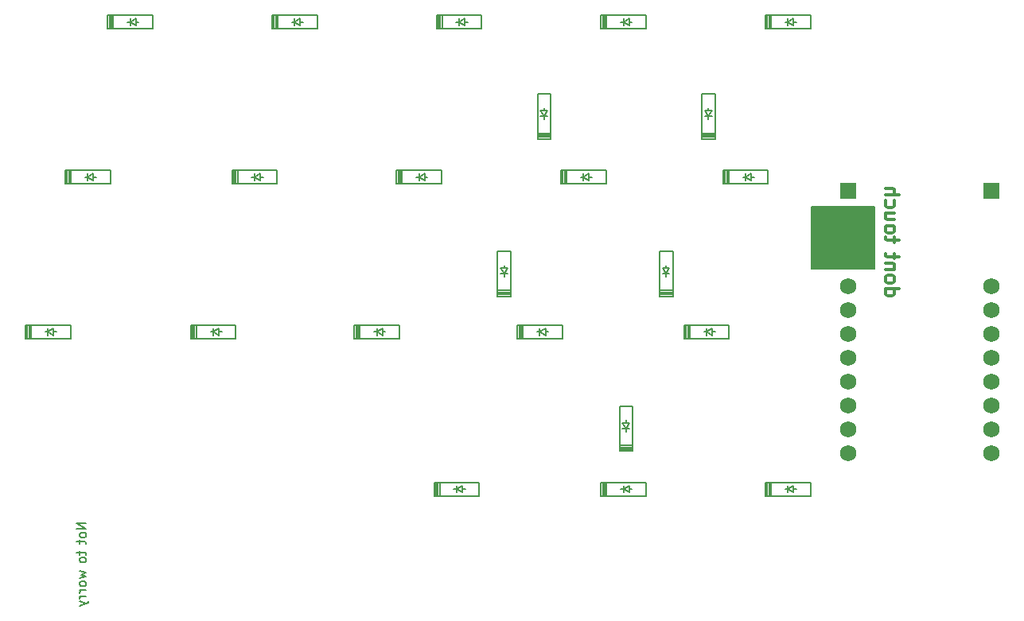
<source format=gbr>
%TF.GenerationSoftware,KiCad,Pcbnew,7.0.0-da2b9df05c~163~ubuntu22.04.1*%
%TF.CreationDate,2023-03-03T11:43:54-08:00*%
%TF.ProjectId,split-single,73706c69-742d-4736-996e-676c652e6b69,rev?*%
%TF.SameCoordinates,Original*%
%TF.FileFunction,Legend,Bot*%
%TF.FilePolarity,Positive*%
%FSLAX46Y46*%
G04 Gerber Fmt 4.6, Leading zero omitted, Abs format (unit mm)*
G04 Created by KiCad (PCBNEW 7.0.0-da2b9df05c~163~ubuntu22.04.1) date 2023-03-03 11:43:54*
%MOMM*%
%LPD*%
G01*
G04 APERTURE LIST*
%ADD10C,0.150000*%
%ADD11C,0.300000*%
%ADD12C,0.200000*%
%ADD13R,1.752600X1.752600*%
%ADD14C,1.752600*%
G04 APERTURE END LIST*
D10*
X127200000Y-43200000D02*
X133900000Y-43200000D01*
X133900000Y-43200000D02*
X133900000Y-49800000D01*
X133900000Y-49800000D02*
X127200000Y-49800000D01*
X127200000Y-49800000D02*
X127200000Y-43200000D01*
G36*
X127200000Y-43200000D02*
G01*
X133900000Y-43200000D01*
X133900000Y-49800000D01*
X127200000Y-49800000D01*
X127200000Y-43200000D01*
G37*
D11*
X135048928Y-51921429D02*
X136548928Y-51921429D01*
X135120357Y-51921429D02*
X135048928Y-52064286D01*
X135048928Y-52064286D02*
X135048928Y-52350000D01*
X135048928Y-52350000D02*
X135120357Y-52492857D01*
X135120357Y-52492857D02*
X135191785Y-52564286D01*
X135191785Y-52564286D02*
X135334642Y-52635714D01*
X135334642Y-52635714D02*
X135763214Y-52635714D01*
X135763214Y-52635714D02*
X135906071Y-52564286D01*
X135906071Y-52564286D02*
X135977500Y-52492857D01*
X135977500Y-52492857D02*
X136048928Y-52350000D01*
X136048928Y-52350000D02*
X136048928Y-52064286D01*
X136048928Y-52064286D02*
X135977500Y-51921429D01*
X135048928Y-50992857D02*
X135120357Y-51135714D01*
X135120357Y-51135714D02*
X135191785Y-51207143D01*
X135191785Y-51207143D02*
X135334642Y-51278571D01*
X135334642Y-51278571D02*
X135763214Y-51278571D01*
X135763214Y-51278571D02*
X135906071Y-51207143D01*
X135906071Y-51207143D02*
X135977500Y-51135714D01*
X135977500Y-51135714D02*
X136048928Y-50992857D01*
X136048928Y-50992857D02*
X136048928Y-50778571D01*
X136048928Y-50778571D02*
X135977500Y-50635714D01*
X135977500Y-50635714D02*
X135906071Y-50564286D01*
X135906071Y-50564286D02*
X135763214Y-50492857D01*
X135763214Y-50492857D02*
X135334642Y-50492857D01*
X135334642Y-50492857D02*
X135191785Y-50564286D01*
X135191785Y-50564286D02*
X135120357Y-50635714D01*
X135120357Y-50635714D02*
X135048928Y-50778571D01*
X135048928Y-50778571D02*
X135048928Y-50992857D01*
X136048928Y-49850000D02*
X135048928Y-49850000D01*
X135906071Y-49850000D02*
X135977500Y-49778571D01*
X135977500Y-49778571D02*
X136048928Y-49635714D01*
X136048928Y-49635714D02*
X136048928Y-49421428D01*
X136048928Y-49421428D02*
X135977500Y-49278571D01*
X135977500Y-49278571D02*
X135834642Y-49207143D01*
X135834642Y-49207143D02*
X135048928Y-49207143D01*
X136048928Y-48707142D02*
X136048928Y-48135714D01*
X136548928Y-48492857D02*
X135263214Y-48492857D01*
X135263214Y-48492857D02*
X135120357Y-48421428D01*
X135120357Y-48421428D02*
X135048928Y-48278571D01*
X135048928Y-48278571D02*
X135048928Y-48135714D01*
X136048928Y-46949999D02*
X136048928Y-46378571D01*
X136548928Y-46735714D02*
X135263214Y-46735714D01*
X135263214Y-46735714D02*
X135120357Y-46664285D01*
X135120357Y-46664285D02*
X135048928Y-46521428D01*
X135048928Y-46521428D02*
X135048928Y-46378571D01*
X135048928Y-45664285D02*
X135120357Y-45807142D01*
X135120357Y-45807142D02*
X135191785Y-45878571D01*
X135191785Y-45878571D02*
X135334642Y-45949999D01*
X135334642Y-45949999D02*
X135763214Y-45949999D01*
X135763214Y-45949999D02*
X135906071Y-45878571D01*
X135906071Y-45878571D02*
X135977500Y-45807142D01*
X135977500Y-45807142D02*
X136048928Y-45664285D01*
X136048928Y-45664285D02*
X136048928Y-45449999D01*
X136048928Y-45449999D02*
X135977500Y-45307142D01*
X135977500Y-45307142D02*
X135906071Y-45235714D01*
X135906071Y-45235714D02*
X135763214Y-45164285D01*
X135763214Y-45164285D02*
X135334642Y-45164285D01*
X135334642Y-45164285D02*
X135191785Y-45235714D01*
X135191785Y-45235714D02*
X135120357Y-45307142D01*
X135120357Y-45307142D02*
X135048928Y-45449999D01*
X135048928Y-45449999D02*
X135048928Y-45664285D01*
X136048928Y-43878571D02*
X135048928Y-43878571D01*
X136048928Y-44521428D02*
X135263214Y-44521428D01*
X135263214Y-44521428D02*
X135120357Y-44449999D01*
X135120357Y-44449999D02*
X135048928Y-44307142D01*
X135048928Y-44307142D02*
X135048928Y-44092856D01*
X135048928Y-44092856D02*
X135120357Y-43949999D01*
X135120357Y-43949999D02*
X135191785Y-43878571D01*
X135120357Y-42521428D02*
X135048928Y-42664285D01*
X135048928Y-42664285D02*
X135048928Y-42949999D01*
X135048928Y-42949999D02*
X135120357Y-43092856D01*
X135120357Y-43092856D02*
X135191785Y-43164285D01*
X135191785Y-43164285D02*
X135334642Y-43235713D01*
X135334642Y-43235713D02*
X135763214Y-43235713D01*
X135763214Y-43235713D02*
X135906071Y-43164285D01*
X135906071Y-43164285D02*
X135977500Y-43092856D01*
X135977500Y-43092856D02*
X136048928Y-42949999D01*
X136048928Y-42949999D02*
X136048928Y-42664285D01*
X136048928Y-42664285D02*
X135977500Y-42521428D01*
X135048928Y-41878571D02*
X136548928Y-41878571D01*
X135048928Y-41235714D02*
X135834642Y-41235714D01*
X135834642Y-41235714D02*
X135977500Y-41307142D01*
X135977500Y-41307142D02*
X136048928Y-41449999D01*
X136048928Y-41449999D02*
X136048928Y-41664285D01*
X136048928Y-41664285D02*
X135977500Y-41807142D01*
X135977500Y-41807142D02*
X135906071Y-41878571D01*
D10*
X50003984Y-76861904D02*
X49003984Y-76861904D01*
X49003984Y-76861904D02*
X50003984Y-77433332D01*
X50003984Y-77433332D02*
X49003984Y-77433332D01*
X50003984Y-78052380D02*
X49956365Y-77957142D01*
X49956365Y-77957142D02*
X49908746Y-77909523D01*
X49908746Y-77909523D02*
X49813508Y-77861904D01*
X49813508Y-77861904D02*
X49527794Y-77861904D01*
X49527794Y-77861904D02*
X49432556Y-77909523D01*
X49432556Y-77909523D02*
X49384937Y-77957142D01*
X49384937Y-77957142D02*
X49337318Y-78052380D01*
X49337318Y-78052380D02*
X49337318Y-78195237D01*
X49337318Y-78195237D02*
X49384937Y-78290475D01*
X49384937Y-78290475D02*
X49432556Y-78338094D01*
X49432556Y-78338094D02*
X49527794Y-78385713D01*
X49527794Y-78385713D02*
X49813508Y-78385713D01*
X49813508Y-78385713D02*
X49908746Y-78338094D01*
X49908746Y-78338094D02*
X49956365Y-78290475D01*
X49956365Y-78290475D02*
X50003984Y-78195237D01*
X50003984Y-78195237D02*
X50003984Y-78052380D01*
X49337318Y-78671428D02*
X49337318Y-79052380D01*
X49003984Y-78814285D02*
X49861127Y-78814285D01*
X49861127Y-78814285D02*
X49956365Y-78861904D01*
X49956365Y-78861904D02*
X50003984Y-78957142D01*
X50003984Y-78957142D02*
X50003984Y-79052380D01*
X49337318Y-79842857D02*
X49337318Y-80223809D01*
X49003984Y-79985714D02*
X49861127Y-79985714D01*
X49861127Y-79985714D02*
X49956365Y-80033333D01*
X49956365Y-80033333D02*
X50003984Y-80128571D01*
X50003984Y-80128571D02*
X50003984Y-80223809D01*
X50003984Y-80700000D02*
X49956365Y-80604762D01*
X49956365Y-80604762D02*
X49908746Y-80557143D01*
X49908746Y-80557143D02*
X49813508Y-80509524D01*
X49813508Y-80509524D02*
X49527794Y-80509524D01*
X49527794Y-80509524D02*
X49432556Y-80557143D01*
X49432556Y-80557143D02*
X49384937Y-80604762D01*
X49384937Y-80604762D02*
X49337318Y-80700000D01*
X49337318Y-80700000D02*
X49337318Y-80842857D01*
X49337318Y-80842857D02*
X49384937Y-80938095D01*
X49384937Y-80938095D02*
X49432556Y-80985714D01*
X49432556Y-80985714D02*
X49527794Y-81033333D01*
X49527794Y-81033333D02*
X49813508Y-81033333D01*
X49813508Y-81033333D02*
X49908746Y-80985714D01*
X49908746Y-80985714D02*
X49956365Y-80938095D01*
X49956365Y-80938095D02*
X50003984Y-80842857D01*
X50003984Y-80842857D02*
X50003984Y-80700000D01*
X49337318Y-81966667D02*
X50003984Y-82157143D01*
X50003984Y-82157143D02*
X49527794Y-82347619D01*
X49527794Y-82347619D02*
X50003984Y-82538095D01*
X50003984Y-82538095D02*
X49337318Y-82728571D01*
X50003984Y-83252381D02*
X49956365Y-83157143D01*
X49956365Y-83157143D02*
X49908746Y-83109524D01*
X49908746Y-83109524D02*
X49813508Y-83061905D01*
X49813508Y-83061905D02*
X49527794Y-83061905D01*
X49527794Y-83061905D02*
X49432556Y-83109524D01*
X49432556Y-83109524D02*
X49384937Y-83157143D01*
X49384937Y-83157143D02*
X49337318Y-83252381D01*
X49337318Y-83252381D02*
X49337318Y-83395238D01*
X49337318Y-83395238D02*
X49384937Y-83490476D01*
X49384937Y-83490476D02*
X49432556Y-83538095D01*
X49432556Y-83538095D02*
X49527794Y-83585714D01*
X49527794Y-83585714D02*
X49813508Y-83585714D01*
X49813508Y-83585714D02*
X49908746Y-83538095D01*
X49908746Y-83538095D02*
X49956365Y-83490476D01*
X49956365Y-83490476D02*
X50003984Y-83395238D01*
X50003984Y-83395238D02*
X50003984Y-83252381D01*
X50003984Y-84014286D02*
X49337318Y-84014286D01*
X49527794Y-84014286D02*
X49432556Y-84061905D01*
X49432556Y-84061905D02*
X49384937Y-84109524D01*
X49384937Y-84109524D02*
X49337318Y-84204762D01*
X49337318Y-84204762D02*
X49337318Y-84300000D01*
X50003984Y-84633334D02*
X49337318Y-84633334D01*
X49527794Y-84633334D02*
X49432556Y-84680953D01*
X49432556Y-84680953D02*
X49384937Y-84728572D01*
X49384937Y-84728572D02*
X49337318Y-84823810D01*
X49337318Y-84823810D02*
X49337318Y-84919048D01*
X49337318Y-85157144D02*
X50003984Y-85395239D01*
X49337318Y-85633334D02*
X50003984Y-85395239D01*
X50003984Y-85395239D02*
X50242080Y-85300001D01*
X50242080Y-85300001D02*
X50289699Y-85252382D01*
X50289699Y-85252382D02*
X50337318Y-85157144D01*
D12*
%TO.C,D16*%
X78550000Y-55800000D02*
X83350000Y-55800000D01*
X78550000Y-57200000D02*
X78550000Y-55800000D01*
X78550000Y-57200000D02*
X83350000Y-57200000D01*
X78750000Y-57200000D02*
X78750000Y-55800000D01*
X78950000Y-57200000D02*
X78950000Y-55800000D01*
X79150000Y-57200000D02*
X79150000Y-55800000D01*
X80950000Y-56500000D02*
X80650000Y-56500000D01*
X80950000Y-56500000D02*
X81550000Y-56850000D01*
X80950000Y-56850000D02*
X80950000Y-56100000D01*
X81550000Y-56100000D02*
X80950000Y-56500000D01*
X81550000Y-56500000D02*
X81850000Y-56500000D01*
X81550000Y-56850000D02*
X81550000Y-56100000D01*
X83350000Y-57200000D02*
X83350000Y-55800000D01*
%TO.C,D9*%
X65550000Y-39300000D02*
X70350000Y-39300000D01*
X65550000Y-40700000D02*
X65550000Y-39300000D01*
X65550000Y-40700000D02*
X70350000Y-40700000D01*
X65750000Y-40700000D02*
X65750000Y-39300000D01*
X65950000Y-40700000D02*
X65950000Y-39300000D01*
X66150000Y-40700000D02*
X66150000Y-39300000D01*
X67950000Y-40000000D02*
X67650000Y-40000000D01*
X67950000Y-40000000D02*
X68550000Y-40350000D01*
X67950000Y-40350000D02*
X67950000Y-39600000D01*
X68550000Y-39600000D02*
X67950000Y-40000000D01*
X68550000Y-40000000D02*
X68850000Y-40000000D01*
X68550000Y-40350000D02*
X68550000Y-39600000D01*
X70350000Y-40700000D02*
X70350000Y-39300000D01*
%TO.C,D5*%
X104800000Y-22800000D02*
X109600000Y-22800000D01*
X104800000Y-24200000D02*
X104800000Y-22800000D01*
X104800000Y-24200000D02*
X109600000Y-24200000D01*
X105000000Y-24200000D02*
X105000000Y-22800000D01*
X105200000Y-24200000D02*
X105200000Y-22800000D01*
X105400000Y-24200000D02*
X105400000Y-22800000D01*
X107200000Y-23500000D02*
X106900000Y-23500000D01*
X107200000Y-23500000D02*
X107800000Y-23850000D01*
X107200000Y-23850000D02*
X107200000Y-23100000D01*
X107800000Y-23100000D02*
X107200000Y-23500000D01*
X107800000Y-23500000D02*
X108100000Y-23500000D01*
X107800000Y-23850000D02*
X107800000Y-23100000D01*
X109600000Y-24200000D02*
X109600000Y-22800000D01*
%TO.C,D8*%
X47800000Y-39300000D02*
X52600000Y-39300000D01*
X47800000Y-40700000D02*
X47800000Y-39300000D01*
X47800000Y-40700000D02*
X52600000Y-40700000D01*
X48000000Y-40700000D02*
X48000000Y-39300000D01*
X48200000Y-40700000D02*
X48200000Y-39300000D01*
X48400000Y-40700000D02*
X48400000Y-39300000D01*
X50200000Y-40000000D02*
X49900000Y-40000000D01*
X50200000Y-40000000D02*
X50800000Y-40350000D01*
X50200000Y-40350000D02*
X50200000Y-39600000D01*
X50800000Y-39600000D02*
X50200000Y-40000000D01*
X50800000Y-40000000D02*
X51100000Y-40000000D01*
X50800000Y-40350000D02*
X50800000Y-39600000D01*
X52600000Y-40700000D02*
X52600000Y-39300000D01*
%TO.C,D21*%
X87050000Y-72550000D02*
X91850000Y-72550000D01*
X87050000Y-73950000D02*
X87050000Y-72550000D01*
X87050000Y-73950000D02*
X91850000Y-73950000D01*
X87250000Y-73950000D02*
X87250000Y-72550000D01*
X87450000Y-73950000D02*
X87450000Y-72550000D01*
X87650000Y-73950000D02*
X87650000Y-72550000D01*
X89450000Y-73250000D02*
X89150000Y-73250000D01*
X89450000Y-73250000D02*
X90050000Y-73600000D01*
X89450000Y-73600000D02*
X89450000Y-72850000D01*
X90050000Y-72850000D02*
X89450000Y-73250000D01*
X90050000Y-73250000D02*
X90350000Y-73250000D01*
X90050000Y-73600000D02*
X90050000Y-72850000D01*
X91850000Y-73950000D02*
X91850000Y-72550000D01*
%TO.C,D25*%
X93800000Y-52700000D02*
X93800000Y-47900000D01*
X95200000Y-52700000D02*
X93800000Y-52700000D01*
X95200000Y-52700000D02*
X95200000Y-47900000D01*
X95200000Y-52500000D02*
X93800000Y-52500000D01*
X95200000Y-52300000D02*
X93800000Y-52300000D01*
X95200000Y-52100000D02*
X93800000Y-52100000D01*
X94500000Y-50300000D02*
X94500000Y-50600000D01*
X94500000Y-50300000D02*
X94850000Y-49700000D01*
X94850000Y-50300000D02*
X94100000Y-50300000D01*
X94100000Y-49700000D02*
X94500000Y-50300000D01*
X94500000Y-49700000D02*
X94500000Y-49400000D01*
X94850000Y-49700000D02*
X94100000Y-49700000D01*
X95200000Y-47900000D02*
X93800000Y-47900000D01*
%TO.C,D11*%
X100550000Y-39300000D02*
X105350000Y-39300000D01*
X100550000Y-40700000D02*
X100550000Y-39300000D01*
X100550000Y-40700000D02*
X105350000Y-40700000D01*
X100750000Y-40700000D02*
X100750000Y-39300000D01*
X100950000Y-40700000D02*
X100950000Y-39300000D01*
X101150000Y-40700000D02*
X101150000Y-39300000D01*
X102950000Y-40000000D02*
X102650000Y-40000000D01*
X102950000Y-40000000D02*
X103550000Y-40350000D01*
X102950000Y-40350000D02*
X102950000Y-39600000D01*
X103550000Y-39600000D02*
X102950000Y-40000000D01*
X103550000Y-40000000D02*
X103850000Y-40000000D01*
X103550000Y-40350000D02*
X103550000Y-39600000D01*
X105350000Y-40700000D02*
X105350000Y-39300000D01*
%TO.C,D19*%
X98050000Y-35950000D02*
X98050000Y-31150000D01*
X99450000Y-35950000D02*
X98050000Y-35950000D01*
X99450000Y-35950000D02*
X99450000Y-31150000D01*
X99450000Y-35750000D02*
X98050000Y-35750000D01*
X99450000Y-35550000D02*
X98050000Y-35550000D01*
X99450000Y-35350000D02*
X98050000Y-35350000D01*
X98750000Y-33550000D02*
X98750000Y-33850000D01*
X98750000Y-33550000D02*
X99100000Y-32950000D01*
X99100000Y-33550000D02*
X98350000Y-33550000D01*
X98350000Y-32950000D02*
X98750000Y-33550000D01*
X98750000Y-32950000D02*
X98750000Y-32650000D01*
X99100000Y-32950000D02*
X98350000Y-32950000D01*
X99450000Y-31150000D02*
X98050000Y-31150000D01*
%TO.C,D12*%
X117800000Y-39300000D02*
X122600000Y-39300000D01*
X117800000Y-40700000D02*
X117800000Y-39300000D01*
X117800000Y-40700000D02*
X122600000Y-40700000D01*
X118000000Y-40700000D02*
X118000000Y-39300000D01*
X118200000Y-40700000D02*
X118200000Y-39300000D01*
X118400000Y-40700000D02*
X118400000Y-39300000D01*
X120200000Y-40000000D02*
X119900000Y-40000000D01*
X120200000Y-40000000D02*
X120800000Y-40350000D01*
X120200000Y-40350000D02*
X120200000Y-39600000D01*
X120800000Y-39600000D02*
X120200000Y-40000000D01*
X120800000Y-40000000D02*
X121100000Y-40000000D01*
X120800000Y-40350000D02*
X120800000Y-39600000D01*
X122600000Y-40700000D02*
X122600000Y-39300000D01*
%TO.C,D10*%
X83050000Y-39300000D02*
X87850000Y-39300000D01*
X83050000Y-40700000D02*
X83050000Y-39300000D01*
X83050000Y-40700000D02*
X87850000Y-40700000D01*
X83250000Y-40700000D02*
X83250000Y-39300000D01*
X83450000Y-40700000D02*
X83450000Y-39300000D01*
X83650000Y-40700000D02*
X83650000Y-39300000D01*
X85450000Y-40000000D02*
X85150000Y-40000000D01*
X85450000Y-40000000D02*
X86050000Y-40350000D01*
X85450000Y-40350000D02*
X85450000Y-39600000D01*
X86050000Y-39600000D02*
X85450000Y-40000000D01*
X86050000Y-40000000D02*
X86350000Y-40000000D01*
X86050000Y-40350000D02*
X86050000Y-39600000D01*
X87850000Y-40700000D02*
X87850000Y-39300000D01*
%TO.C,D4*%
X87300000Y-22800000D02*
X92100000Y-22800000D01*
X87300000Y-24200000D02*
X87300000Y-22800000D01*
X87300000Y-24200000D02*
X92100000Y-24200000D01*
X87500000Y-24200000D02*
X87500000Y-22800000D01*
X87700000Y-24200000D02*
X87700000Y-22800000D01*
X87900000Y-24200000D02*
X87900000Y-22800000D01*
X89700000Y-23500000D02*
X89400000Y-23500000D01*
X89700000Y-23500000D02*
X90300000Y-23850000D01*
X89700000Y-23850000D02*
X89700000Y-23100000D01*
X90300000Y-23100000D02*
X89700000Y-23500000D01*
X90300000Y-23500000D02*
X90600000Y-23500000D01*
X90300000Y-23850000D02*
X90300000Y-23100000D01*
X92100000Y-24200000D02*
X92100000Y-22800000D01*
%TO.C,D15*%
X61150000Y-55800000D02*
X65950000Y-55800000D01*
X61150000Y-57200000D02*
X61150000Y-55800000D01*
X61150000Y-57200000D02*
X65950000Y-57200000D01*
X61350000Y-57200000D02*
X61350000Y-55800000D01*
X61550000Y-57200000D02*
X61550000Y-55800000D01*
X61750000Y-57200000D02*
X61750000Y-55800000D01*
X63550000Y-56500000D02*
X63250000Y-56500000D01*
X63550000Y-56500000D02*
X64150000Y-56850000D01*
X63550000Y-56850000D02*
X63550000Y-56100000D01*
X64150000Y-56100000D02*
X63550000Y-56500000D01*
X64150000Y-56500000D02*
X64450000Y-56500000D01*
X64150000Y-56850000D02*
X64150000Y-56100000D01*
X65950000Y-57200000D02*
X65950000Y-55800000D01*
%TO.C,D17*%
X95900000Y-55800000D02*
X100700000Y-55800000D01*
X95900000Y-57200000D02*
X95900000Y-55800000D01*
X95900000Y-57200000D02*
X100700000Y-57200000D01*
X96100000Y-57200000D02*
X96100000Y-55800000D01*
X96300000Y-57200000D02*
X96300000Y-55800000D01*
X96500000Y-57200000D02*
X96500000Y-55800000D01*
X98300000Y-56500000D02*
X98000000Y-56500000D01*
X98300000Y-56500000D02*
X98900000Y-56850000D01*
X98300000Y-56850000D02*
X98300000Y-56100000D01*
X98900000Y-56100000D02*
X98300000Y-56500000D01*
X98900000Y-56500000D02*
X99200000Y-56500000D01*
X98900000Y-56850000D02*
X98900000Y-56100000D01*
X100700000Y-57200000D02*
X100700000Y-55800000D01*
%TO.C,D18*%
X113650000Y-55800000D02*
X118450000Y-55800000D01*
X113650000Y-57200000D02*
X113650000Y-55800000D01*
X113650000Y-57200000D02*
X118450000Y-57200000D01*
X113850000Y-57200000D02*
X113850000Y-55800000D01*
X114050000Y-57200000D02*
X114050000Y-55800000D01*
X114250000Y-57200000D02*
X114250000Y-55800000D01*
X116050000Y-56500000D02*
X115750000Y-56500000D01*
X116050000Y-56500000D02*
X116650000Y-56850000D01*
X116050000Y-56850000D02*
X116050000Y-56100000D01*
X116650000Y-56100000D02*
X116050000Y-56500000D01*
X116650000Y-56500000D02*
X116950000Y-56500000D01*
X116650000Y-56850000D02*
X116650000Y-56100000D01*
X118450000Y-57200000D02*
X118450000Y-55800000D01*
%TO.C,D23*%
X122300000Y-72550000D02*
X127100000Y-72550000D01*
X122300000Y-73950000D02*
X122300000Y-72550000D01*
X122300000Y-73950000D02*
X127100000Y-73950000D01*
X122500000Y-73950000D02*
X122500000Y-72550000D01*
X122700000Y-73950000D02*
X122700000Y-72550000D01*
X122900000Y-73950000D02*
X122900000Y-72550000D01*
X124700000Y-73250000D02*
X124400000Y-73250000D01*
X124700000Y-73250000D02*
X125300000Y-73600000D01*
X124700000Y-73600000D02*
X124700000Y-72850000D01*
X125300000Y-72850000D02*
X124700000Y-73250000D01*
X125300000Y-73250000D02*
X125600000Y-73250000D01*
X125300000Y-73600000D02*
X125300000Y-72850000D01*
X127100000Y-73950000D02*
X127100000Y-72550000D01*
%TO.C,D13*%
X106800000Y-69200000D02*
X106800000Y-64400000D01*
X108200000Y-69200000D02*
X106800000Y-69200000D01*
X108200000Y-69200000D02*
X108200000Y-64400000D01*
X108200000Y-69000000D02*
X106800000Y-69000000D01*
X108200000Y-68800000D02*
X106800000Y-68800000D01*
X108200000Y-68600000D02*
X106800000Y-68600000D01*
X107500000Y-66800000D02*
X107500000Y-67100000D01*
X107500000Y-66800000D02*
X107850000Y-66200000D01*
X107850000Y-66800000D02*
X107100000Y-66800000D01*
X107100000Y-66200000D02*
X107500000Y-66800000D01*
X107500000Y-66200000D02*
X107500000Y-65900000D01*
X107850000Y-66200000D02*
X107100000Y-66200000D01*
X108200000Y-64400000D02*
X106800000Y-64400000D01*
%TO.C,D2*%
X52300000Y-22800000D02*
X57100000Y-22800000D01*
X52300000Y-24200000D02*
X52300000Y-22800000D01*
X52300000Y-24200000D02*
X57100000Y-24200000D01*
X52500000Y-24200000D02*
X52500000Y-22800000D01*
X52700000Y-24200000D02*
X52700000Y-22800000D01*
X52900000Y-24200000D02*
X52900000Y-22800000D01*
X54700000Y-23500000D02*
X54400000Y-23500000D01*
X54700000Y-23500000D02*
X55300000Y-23850000D01*
X54700000Y-23850000D02*
X54700000Y-23100000D01*
X55300000Y-23100000D02*
X54700000Y-23500000D01*
X55300000Y-23500000D02*
X55600000Y-23500000D01*
X55300000Y-23850000D02*
X55300000Y-23100000D01*
X57100000Y-24200000D02*
X57100000Y-22800000D01*
%TO.C,D7*%
X111050000Y-52700000D02*
X111050000Y-47900000D01*
X112450000Y-52700000D02*
X111050000Y-52700000D01*
X112450000Y-52700000D02*
X112450000Y-47900000D01*
X112450000Y-52500000D02*
X111050000Y-52500000D01*
X112450000Y-52300000D02*
X111050000Y-52300000D01*
X112450000Y-52100000D02*
X111050000Y-52100000D01*
X111750000Y-50300000D02*
X111750000Y-50600000D01*
X111750000Y-50300000D02*
X112100000Y-49700000D01*
X112100000Y-50300000D02*
X111350000Y-50300000D01*
X111350000Y-49700000D02*
X111750000Y-50300000D01*
X111750000Y-49700000D02*
X111750000Y-49400000D01*
X112100000Y-49700000D02*
X111350000Y-49700000D01*
X112450000Y-47900000D02*
X111050000Y-47900000D01*
%TO.C,D14*%
X43550000Y-55800000D02*
X48350000Y-55800000D01*
X43550000Y-57200000D02*
X43550000Y-55800000D01*
X43550000Y-57200000D02*
X48350000Y-57200000D01*
X43750000Y-57200000D02*
X43750000Y-55800000D01*
X43950000Y-57200000D02*
X43950000Y-55800000D01*
X44150000Y-57200000D02*
X44150000Y-55800000D01*
X45950000Y-56500000D02*
X45650000Y-56500000D01*
X45950000Y-56500000D02*
X46550000Y-56850000D01*
X45950000Y-56850000D02*
X45950000Y-56100000D01*
X46550000Y-56100000D02*
X45950000Y-56500000D01*
X46550000Y-56500000D02*
X46850000Y-56500000D01*
X46550000Y-56850000D02*
X46550000Y-56100000D01*
X48350000Y-57200000D02*
X48350000Y-55800000D01*
%TO.C,D6*%
X122300000Y-22800000D02*
X127100000Y-22800000D01*
X122300000Y-24200000D02*
X122300000Y-22800000D01*
X122300000Y-24200000D02*
X127100000Y-24200000D01*
X122500000Y-24200000D02*
X122500000Y-22800000D01*
X122700000Y-24200000D02*
X122700000Y-22800000D01*
X122900000Y-24200000D02*
X122900000Y-22800000D01*
X124700000Y-23500000D02*
X124400000Y-23500000D01*
X124700000Y-23500000D02*
X125300000Y-23850000D01*
X124700000Y-23850000D02*
X124700000Y-23100000D01*
X125300000Y-23100000D02*
X124700000Y-23500000D01*
X125300000Y-23500000D02*
X125600000Y-23500000D01*
X125300000Y-23850000D02*
X125300000Y-23100000D01*
X127100000Y-24200000D02*
X127100000Y-22800000D01*
%TO.C,D1*%
X115550000Y-35950000D02*
X115550000Y-31150000D01*
X116950000Y-35950000D02*
X115550000Y-35950000D01*
X116950000Y-35950000D02*
X116950000Y-31150000D01*
X116950000Y-35750000D02*
X115550000Y-35750000D01*
X116950000Y-35550000D02*
X115550000Y-35550000D01*
X116950000Y-35350000D02*
X115550000Y-35350000D01*
X116250000Y-33550000D02*
X116250000Y-33850000D01*
X116250000Y-33550000D02*
X116600000Y-32950000D01*
X116600000Y-33550000D02*
X115850000Y-33550000D01*
X115850000Y-32950000D02*
X116250000Y-33550000D01*
X116250000Y-32950000D02*
X116250000Y-32650000D01*
X116600000Y-32950000D02*
X115850000Y-32950000D01*
X116950000Y-31150000D02*
X115550000Y-31150000D01*
%TO.C,D22*%
X104800000Y-72550000D02*
X109600000Y-72550000D01*
X104800000Y-73950000D02*
X104800000Y-72550000D01*
X104800000Y-73950000D02*
X109600000Y-73950000D01*
X105000000Y-73950000D02*
X105000000Y-72550000D01*
X105200000Y-73950000D02*
X105200000Y-72550000D01*
X105400000Y-73950000D02*
X105400000Y-72550000D01*
X107200000Y-73250000D02*
X106900000Y-73250000D01*
X107200000Y-73250000D02*
X107800000Y-73600000D01*
X107200000Y-73600000D02*
X107200000Y-72850000D01*
X107800000Y-72850000D02*
X107200000Y-73250000D01*
X107800000Y-73250000D02*
X108100000Y-73250000D01*
X107800000Y-73600000D02*
X107800000Y-72850000D01*
X109600000Y-73950000D02*
X109600000Y-72550000D01*
%TO.C,D3*%
X69800000Y-22800000D02*
X74600000Y-22800000D01*
X69800000Y-24200000D02*
X69800000Y-22800000D01*
X69800000Y-24200000D02*
X74600000Y-24200000D01*
X70000000Y-24200000D02*
X70000000Y-22800000D01*
X70200000Y-24200000D02*
X70200000Y-22800000D01*
X70400000Y-24200000D02*
X70400000Y-22800000D01*
X72200000Y-23500000D02*
X71900000Y-23500000D01*
X72200000Y-23500000D02*
X72800000Y-23850000D01*
X72200000Y-23850000D02*
X72200000Y-23100000D01*
X72800000Y-23100000D02*
X72200000Y-23500000D01*
X72800000Y-23500000D02*
X73100000Y-23500000D01*
X72800000Y-23850000D02*
X72800000Y-23100000D01*
X74600000Y-24200000D02*
X74600000Y-22800000D01*
%TD*%
D13*
%TO.C,U1*%
X131129999Y-41516749D03*
D14*
X131130000Y-51676750D03*
X131130000Y-54216750D03*
X131130000Y-56756750D03*
X131130000Y-59296750D03*
X131130000Y-61836750D03*
X131130000Y-64376750D03*
X131130000Y-66916750D03*
X131130000Y-69456750D03*
X146370000Y-69456750D03*
X146370000Y-66916750D03*
X146370000Y-64376750D03*
X146370000Y-61836750D03*
X146370000Y-59296750D03*
X146370000Y-56756750D03*
X146370000Y-54216750D03*
X146370000Y-51676750D03*
X146370000Y-41516750D03*
%TD*%
D13*
%TO.C,U2*%
X146369999Y-41516749D03*
D14*
X146370000Y-51676750D03*
X146370000Y-54216750D03*
X146370000Y-56756750D03*
X146370000Y-59296750D03*
X146370000Y-61836750D03*
X146370000Y-64376750D03*
X146370000Y-66916750D03*
X146370000Y-69456750D03*
X131130000Y-69456750D03*
X131130000Y-66916750D03*
X131130000Y-64376750D03*
X131130000Y-61836750D03*
X131130000Y-59296750D03*
X131130000Y-56756750D03*
X131130000Y-54216750D03*
X131130000Y-51676750D03*
X131130000Y-41516750D03*
%TD*%
M02*

</source>
